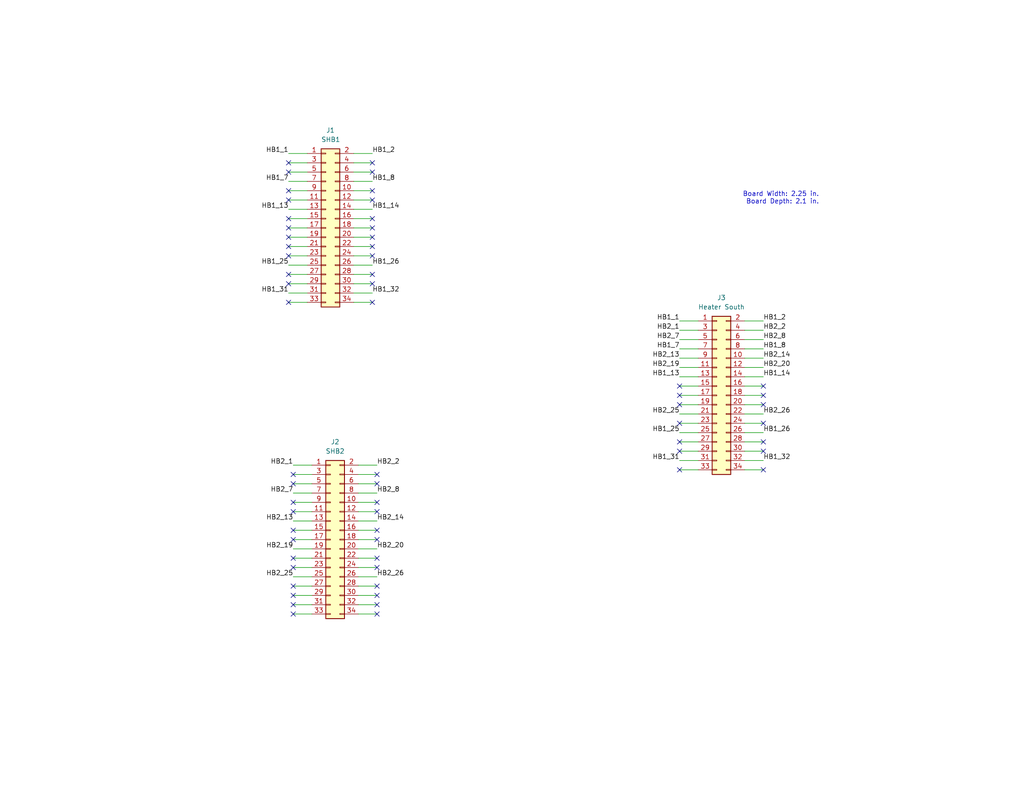
<source format=kicad_sch>
(kicad_sch (version 20230121) (generator eeschema)
  (paper "USLetter")
  (title_block (title "Heater Pass Through South") (date "2023-09-09") (rev "B") (company "The Ohio State University"))
  (lib_symbols
    (symbol "Connector_Generic:Conn_02x17_Odd_Even" (pin_names (offset 1.016) hide)
      (property "Reference" "J" (at 1.27 22.86 0))
      (property "Value" "Conn_02x17_Odd_Even" (at 1.27 -22.86 0))
      (symbol "Conn_02x17_Odd_Even_1_1"
        (rectangle (start -1.27 -20.193) (end 0 -20.447) (stroke (width 0.1524)))
        (rectangle (start -1.27 -17.653) (end 0 -17.907) (stroke (width 0.1524)))
        (rectangle (start -1.27 -15.113) (end 0 -15.367) (stroke (width 0.1524)))
        (rectangle (start -1.27 -12.573) (end 0 -12.827) (stroke (width 0.1524)))
        (rectangle (start -1.27 -10.033) (end 0 -10.287) (stroke (width 0.1524)))
        (rectangle (start -1.27 -7.493) (end 0 -7.747) (stroke (width 0.1524)))
        (rectangle (start -1.27 -4.953) (end 0 -5.207) (stroke (width 0.1524)))
        (rectangle (start -1.27 -2.413) (end 0 -2.667) (stroke (width 0.1524)))
        (rectangle (start -1.27 0.127) (end 0 -0.127) (stroke (width 0.1524)))
        (rectangle (start -1.27 2.667) (end 0 2.413) (stroke (width 0.1524)))
        (rectangle (start -1.27 5.207) (end 0 4.953) (stroke (width 0.1524)))
        (rectangle (start -1.27 7.747) (end 0 7.493) (stroke (width 0.1524)))
        (rectangle (start -1.27 10.287) (end 0 10.033) (stroke (width 0.1524)))
        (rectangle (start -1.27 12.827) (end 0 12.573) (stroke (width 0.1524)))
        (rectangle (start -1.27 15.367) (end 0 15.113) (stroke (width 0.1524)))
        (rectangle (start -1.27 17.907) (end 0 17.653) (stroke (width 0.1524)))
        (rectangle (start -1.27 20.447) (end 0 20.193) (stroke (width 0.1524)))
        (rectangle (start -1.27 21.59) (end 3.81 -21.59) (stroke (width 0.254)) (fill (type background)))
        (rectangle (start 3.81 -20.193) (end 2.54 -20.447) (stroke (width 0.1524)))
        (rectangle (start 3.81 -17.653) (end 2.54 -17.907) (stroke (width 0.1524)))
        (rectangle (start 3.81 -15.113) (end 2.54 -15.367) (stroke (width 0.1524)))
        (rectangle (start 3.81 -12.573) (end 2.54 -12.827) (stroke (width 0.1524)))
        (rectangle (start 3.81 -10.033) (end 2.54 -10.287) (stroke (width 0.1524)))
        (rectangle (start 3.81 -7.493) (end 2.54 -7.747) (stroke (width 0.1524)))
        (rectangle (start 3.81 -4.953) (end 2.54 -5.207) (stroke (width 0.1524)))
        (rectangle (start 3.81 -2.413) (end 2.54 -2.667) (stroke (width 0.1524)))
        (rectangle (start 3.81 0.127) (end 2.54 -0.127) (stroke (width 0.1524)))
        (rectangle (start 3.81 2.667) (end 2.54 2.413) (stroke (width 0.1524)))
        (rectangle (start 3.81 5.207) (end 2.54 4.953) (stroke (width 0.1524)))
        (rectangle (start 3.81 7.747) (end 2.54 7.493) (stroke (width 0.1524)))
        (rectangle (start 3.81 10.287) (end 2.54 10.033) (stroke (width 0.1524)))
        (rectangle (start 3.81 12.827) (end 2.54 12.573) (stroke (width 0.1524)))
        (rectangle (start 3.81 15.367) (end 2.54 15.113) (stroke (width 0.1524)))
        (rectangle (start 3.81 17.907) (end 2.54 17.653) (stroke (width 0.1524)))
        (rectangle (start 3.81 20.447) (end 2.54 20.193) (stroke (width 0.1524)))
        (pin passive line (at -5.08 20.32 0) (length 3.81) (name "Pin_1") (number "1"))
        (pin passive line (at 7.62 10.16 180) (length 3.81) (name "Pin_10") (number "10"))
        (pin passive line (at -5.08 7.62 0) (length 3.81) (name "Pin_11") (number "11"))
        (pin passive line (at 7.62 7.62 180) (length 3.81) (name "Pin_12") (number "12"))
        (pin passive line (at -5.08 5.08 0) (length 3.81) (name "Pin_13") (number "13"))
        (pin passive line (at 7.62 5.08 180) (length 3.81) (name "Pin_14") (number "14"))
        (pin passive line (at -5.08 2.54 0) (length 3.81) (name "Pin_15") (number "15"))
        (pin passive line (at 7.62 2.54 180) (length 3.81) (name "Pin_16") (number "16"))
        (pin passive line (at -5.08 0 0) (length 3.81) (name "Pin_17") (number "17"))
        (pin passive line (at 7.62 0 180) (length 3.81) (name "Pin_18") (number "18"))
        (pin passive line (at -5.08 -2.54 0) (length 3.81) (name "Pin_19") (number "19"))
        (pin passive line (at 7.62 20.32 180) (length 3.81) (name "Pin_2") (number "2"))
        (pin passive line (at 7.62 -2.54 180) (length 3.81) (name "Pin_20") (number "20"))
        (pin passive line (at -5.08 -5.08 0) (length 3.81) (name "Pin_21") (number "21"))
        (pin passive line (at 7.62 -5.08 180) (length 3.81) (name "Pin_22") (number "22"))
        (pin passive line (at -5.08 -7.62 0) (length 3.81) (name "Pin_23") (number "23"))
        (pin passive line (at 7.62 -7.62 180) (length 3.81) (name "Pin_24") (number "24"))
        (pin passive line (at -5.08 -10.16 0) (length 3.81) (name "Pin_25") (number "25"))
        (pin passive line (at 7.62 -10.16 180) (length 3.81) (name "Pin_26") (number "26"))
        (pin passive line (at -5.08 -12.7 0) (length 3.81) (name "Pin_27") (number "27"))
        (pin passive line (at 7.62 -12.7 180) (length 3.81) (name "Pin_28") (number "28"))
        (pin passive line (at -5.08 -15.24 0) (length 3.81) (name "Pin_29") (number "29"))
        (pin passive line (at -5.08 17.78 0) (length 3.81) (name "Pin_3") (number "3"))
        (pin passive line (at 7.62 -15.24 180) (length 3.81) (name "Pin_30") (number "30"))
        (pin passive line (at -5.08 -17.78 0) (length 3.81) (name "Pin_31") (number "31"))
        (pin passive line (at 7.62 -17.78 180) (length 3.81) (name "Pin_32") (number "32"))
        (pin passive line (at -5.08 -20.32 0) (length 3.81) (name "Pin_33") (number "33"))
        (pin passive line (at 7.62 -20.32 180) (length 3.81) (name "Pin_34") (number "34"))
        (pin passive line (at 7.62 17.78 180) (length 3.81) (name "Pin_4") (number "4"))
        (pin passive line (at -5.08 15.24 0) (length 3.81) (name "Pin_5") (number "5"))
        (pin passive line (at 7.62 15.24 180) (length 3.81) (name "Pin_6") (number "6"))
        (pin passive line (at -5.08 12.7 0) (length 3.81) (name "Pin_7") (number "7"))
        (pin passive line (at 7.62 12.7 180) (length 3.81) (name "Pin_8") (number "8"))
        (pin passive line (at -5.08 10.16 0) (length 3.81) (name "Pin_9") (number "9"))
      )
    )
  )
  (no_connect (at 101.6 77.47))
  (no_connect (at 78.74 69.85))
  (no_connect (at 78.74 52.07))
  (no_connect (at 101.6 44.45))
  (no_connect (at 101.6 46.99))
  (no_connect (at 78.74 44.45))
  (no_connect (at 78.74 46.99))
  (no_connect (at 101.6 52.07))
  (no_connect (at 101.6 54.61))
  (no_connect (at 78.74 54.61))
  (no_connect (at 185.42 105.41))
  (no_connect (at 80.01 132.08))
  (no_connect (at 102.87 129.54))
  (no_connect (at 102.87 132.08))
  (no_connect (at 80.01 137.16))
  (no_connect (at 80.01 139.7))
  (no_connect (at 102.87 147.32))
  (no_connect (at 102.87 139.7))
  (no_connect (at 102.87 144.78))
  (no_connect (at 80.01 144.78))
  (no_connect (at 80.01 147.32))
  (no_connect (at 80.01 129.54))
  (no_connect (at 102.87 137.16))
  (no_connect (at 80.01 160.02))
  (no_connect (at 80.01 162.56))
  (no_connect (at 80.01 152.4))
  (no_connect (at 80.01 154.94))
  (no_connect (at 185.42 110.49))
  (no_connect (at 78.74 77.47))
  (no_connect (at 185.42 115.57))
  (no_connect (at 78.74 67.31))
  (no_connect (at 208.28 107.95))
  (no_connect (at 101.6 74.93))
  (no_connect (at 101.6 64.77))
  (no_connect (at 78.74 82.55))
  (no_connect (at 208.28 120.65))
  (no_connect (at 185.42 123.19))
  (no_connect (at 78.74 62.23))
  (no_connect (at 101.6 82.55))
  (no_connect (at 185.42 107.95))
  (no_connect (at 208.28 123.19))
  (no_connect (at 101.6 62.23))
  (no_connect (at 101.6 59.69))
  (no_connect (at 102.87 167.64))
  (no_connect (at 102.87 165.1))
  (no_connect (at 102.87 154.94))
  (no_connect (at 102.87 152.4))
  (no_connect (at 102.87 162.56))
  (no_connect (at 102.87 160.02))
  (no_connect (at 80.01 165.1))
  (no_connect (at 80.01 167.64))
  (no_connect (at 208.28 110.49))
  (no_connect (at 208.28 128.27))
  (no_connect (at 208.28 105.41))
  (no_connect (at 78.74 64.77))
  (no_connect (at 101.6 67.31))
  (no_connect (at 185.42 120.65))
  (no_connect (at 78.74 59.69))
  (no_connect (at 101.6 69.85))
  (no_connect (at 78.74 74.93))
  (no_connect (at 185.42 128.27))
  (no_connect (at 208.28 115.57))
  (wire (pts (xy 80.01 152.4) (xy 85.09 152.4)))
  (wire (pts (xy 185.42 125.73) (xy 190.5 125.73)))
  (wire (pts (xy 203.2 87.63) (xy 208.28 87.63)))
  (wire (pts (xy 80.01 142.24) (xy 85.09 142.24)))
  (wire (pts (xy 80.01 139.7) (xy 85.09 139.7)))
  (wire (pts (xy 185.42 90.17) (xy 190.5 90.17)))
  (wire (pts (xy 80.01 134.62) (xy 85.09 134.62)))
  (wire (pts (xy 80.01 157.48) (xy 85.09 157.48)))
  (wire (pts (xy 97.79 154.94) (xy 102.87 154.94)))
  (wire (pts (xy 96.52 69.85) (xy 101.6 69.85)))
  (wire (pts (xy 97.79 132.08) (xy 102.87 132.08)))
  (wire (pts (xy 185.42 95.25) (xy 190.5 95.25)))
  (wire (pts (xy 78.74 46.99) (xy 83.82 46.99)))
  (wire (pts (xy 80.01 137.16) (xy 85.09 137.16)))
  (wire (pts (xy 80.01 129.54) (xy 85.09 129.54)))
  (wire (pts (xy 78.74 74.93) (xy 83.82 74.93)))
  (wire (pts (xy 78.74 67.31) (xy 83.82 67.31)))
  (wire (pts (xy 185.42 118.11) (xy 190.5 118.11)))
  (wire (pts (xy 78.74 59.69) (xy 83.82 59.69)))
  (wire (pts (xy 203.2 105.41) (xy 208.28 105.41)))
  (wire (pts (xy 185.42 107.95) (xy 190.5 107.95)))
  (wire (pts (xy 80.01 154.94) (xy 85.09 154.94)))
  (wire (pts (xy 80.01 127) (xy 85.09 127)))
  (wire (pts (xy 185.42 105.41) (xy 190.5 105.41)))
  (wire (pts (xy 203.2 123.19) (xy 208.28 123.19)))
  (wire (pts (xy 97.79 134.62) (xy 102.87 134.62)))
  (wire (pts (xy 96.52 54.61) (xy 101.6 54.61)))
  (wire (pts (xy 203.2 102.87) (xy 208.28 102.87)))
  (wire (pts (xy 185.42 115.57) (xy 190.5 115.57)))
  (wire (pts (xy 203.2 115.57) (xy 208.28 115.57)))
  (wire (pts (xy 96.52 72.39) (xy 101.6 72.39)))
  (wire (pts (xy 203.2 97.79) (xy 208.28 97.79)))
  (wire (pts (xy 203.2 113.03) (xy 208.28 113.03)))
  (wire (pts (xy 78.74 82.55) (xy 83.82 82.55)))
  (wire (pts (xy 96.52 49.53) (xy 101.6 49.53)))
  (wire (pts (xy 96.52 44.45) (xy 101.6 44.45)))
  (wire (pts (xy 185.42 102.87) (xy 190.5 102.87)))
  (wire (pts (xy 78.74 77.47) (xy 83.82 77.47)))
  (wire (pts (xy 203.2 90.17) (xy 208.28 90.17)))
  (wire (pts (xy 78.74 62.23) (xy 83.82 62.23)))
  (wire (pts (xy 185.42 100.33) (xy 190.5 100.33)))
  (wire (pts (xy 80.01 160.02) (xy 85.09 160.02)))
  (wire (pts (xy 96.52 62.23) (xy 101.6 62.23)))
  (wire (pts (xy 185.42 113.03) (xy 190.5 113.03)))
  (wire (pts (xy 80.01 162.56) (xy 85.09 162.56)))
  (wire (pts (xy 97.79 165.1) (xy 102.87 165.1)))
  (wire (pts (xy 96.52 74.93) (xy 101.6 74.93)))
  (wire (pts (xy 96.52 77.47) (xy 101.6 77.47)))
  (wire (pts (xy 78.74 57.15) (xy 83.82 57.15)))
  (wire (pts (xy 97.79 144.78) (xy 102.87 144.78)))
  (wire (pts (xy 78.74 49.53) (xy 83.82 49.53)))
  (wire (pts (xy 96.52 80.01) (xy 101.6 80.01)))
  (wire (pts (xy 78.74 52.07) (xy 83.82 52.07)))
  (wire (pts (xy 203.2 110.49) (xy 208.28 110.49)))
  (wire (pts (xy 97.79 137.16) (xy 102.87 137.16)))
  (wire (pts (xy 78.74 54.61) (xy 83.82 54.61)))
  (wire (pts (xy 80.01 149.86) (xy 85.09 149.86)))
  (wire (pts (xy 80.01 165.1) (xy 85.09 165.1)))
  (wire (pts (xy 97.79 139.7) (xy 102.87 139.7)))
  (wire (pts (xy 78.74 44.45) (xy 83.82 44.45)))
  (wire (pts (xy 78.74 72.39) (xy 83.82 72.39)))
  (wire (pts (xy 97.79 160.02) (xy 102.87 160.02)))
  (wire (pts (xy 203.2 92.71) (xy 208.28 92.71)))
  (wire (pts (xy 78.74 80.01) (xy 83.82 80.01)))
  (wire (pts (xy 97.79 142.24) (xy 102.87 142.24)))
  (wire (pts (xy 96.52 41.91) (xy 101.6 41.91)))
  (wire (pts (xy 80.01 132.08) (xy 85.09 132.08)))
  (wire (pts (xy 203.2 120.65) (xy 208.28 120.65)))
  (wire (pts (xy 203.2 95.25) (xy 208.28 95.25)))
  (wire (pts (xy 185.42 97.79) (xy 190.5 97.79)))
  (wire (pts (xy 78.74 64.77) (xy 83.82 64.77)))
  (wire (pts (xy 80.01 167.64) (xy 85.09 167.64)))
  (wire (pts (xy 185.42 120.65) (xy 190.5 120.65)))
  (wire (pts (xy 97.79 152.4) (xy 102.87 152.4)))
  (wire (pts (xy 185.42 123.19) (xy 190.5 123.19)))
  (wire (pts (xy 96.52 46.99) (xy 101.6 46.99)))
  (wire (pts (xy 203.2 118.11) (xy 208.28 118.11)))
  (wire (pts (xy 78.74 41.91) (xy 83.82 41.91)))
  (wire (pts (xy 97.79 149.86) (xy 102.87 149.86)))
  (wire (pts (xy 203.2 107.95) (xy 208.28 107.95)))
  (wire (pts (xy 97.79 147.32) (xy 102.87 147.32)))
  (wire (pts (xy 80.01 144.78) (xy 85.09 144.78)))
  (wire (pts (xy 185.42 92.71) (xy 190.5 92.71)))
  (wire (pts (xy 96.52 82.55) (xy 101.6 82.55)))
  (wire (pts (xy 185.42 110.49) (xy 190.5 110.49)))
  (wire (pts (xy 203.2 128.27) (xy 208.28 128.27)))
  (wire (pts (xy 97.79 157.48) (xy 102.87 157.48)))
  (wire (pts (xy 203.2 125.73) (xy 208.28 125.73)))
  (wire (pts (xy 203.2 100.33) (xy 208.28 100.33)))
  (wire (pts (xy 96.52 67.31) (xy 101.6 67.31)))
  (wire (pts (xy 96.52 57.15) (xy 101.6 57.15)))
  (wire (pts (xy 97.79 127) (xy 102.87 127)))
  (wire (pts (xy 96.52 64.77) (xy 101.6 64.77)))
  (wire (pts (xy 185.42 128.27) (xy 190.5 128.27)))
  (wire (pts (xy 80.01 147.32) (xy 85.09 147.32)))
  (wire (pts (xy 185.42 87.63) (xy 190.5 87.63)))
  (wire (pts (xy 97.79 167.64) (xy 102.87 167.64)))
  (wire (pts (xy 96.52 52.07) (xy 101.6 52.07)))
  (wire (pts (xy 78.74 69.85) (xy 83.82 69.85)))
  (wire (pts (xy 96.52 59.69) (xy 101.6 59.69)))
  (wire (pts (xy 97.79 162.56) (xy 102.87 162.56)))
  (wire (pts (xy 97.79 129.54) (xy 102.87 129.54)))
  (text "Board Width: 2.25 in.\nBoard Depth: 2.1 in." (at 223.52 55.88 0) (effects (font (size 1.27 1.27)) (justify right bottom)))
  (label "HB2_14" (at 102.87 142.24 0))
  (label "HB2_1" (at 80.01 127 180))
  (label "HB2_13" (at 80.01 142.24 180))
  (label "HB1_13" (at 185.42 102.87 180))
  (label "HB1_25" (at 78.74 72.39 180))
  (label "HB1_32" (at 208.28 125.73 0))
  (label "HB1_25" (at 185.42 118.11 180))
  (label "HB1_13" (at 78.74 57.15 180))
  (label "HB2_7" (at 80.01 134.62 180))
  (label "HB1_31" (at 185.42 125.73 180))
  (label "HB2_1" (at 185.42 90.17 180))
  (label "HB1_1" (at 78.74 41.91 180))
  (label "HB1_26" (at 208.28 118.11 0))
  (label "HB1_14" (at 101.6 57.15 0))
  (label "HB1_1" (at 185.42 87.63 180))
  (label "HB2_26" (at 102.87 157.48 0))
  (label "HB1_32" (at 101.6 80.01 0))
  (label "HB2_7" (at 185.42 92.71 180))
  (label "HB2_13" (at 185.42 97.79 180))
  (label "HB1_7" (at 78.74 49.53 180))
  (label "HB2_20" (at 208.28 100.33 0))
  (label "HB1_2" (at 208.28 87.63 0))
  (label "HB1_31" (at 78.74 80.01 180))
  (label "HB1_26" (at 101.6 72.39 0))
  (label "HB2_2" (at 102.87 127 0))
  (label "HB2_19" (at 185.42 100.33 180))
  (label "HB1_2" (at 101.6 41.91 0))
  (label "HB1_14" (at 208.28 102.87 0))
  (label "HB2_25" (at 80.01 157.48 180))
  (label "HB1_7" (at 185.42 95.25 180))
  (label "HB2_2" (at 208.28 90.17 0))
  (label "HB2_20" (at 102.87 149.86 0))
  (label "HB1_8" (at 208.28 95.25 0))
  (label "HB2_26" (at 208.28 113.03 0))
  (label "HB2_19" (at 80.01 149.86 180))
  (label "HB2_25" (at 185.42 113.03 180))
  (label "HB2_8" (at 102.87 134.62 0))
  (label "HB2_14" (at 208.28 97.79 0))
  (label "HB1_8" (at 101.6 49.53 0))
  (label "HB2_8" (at 208.28 92.71 0))
  (symbol (lib_id "Connector_Generic:Conn_02x17_Odd_Even") (at 195.58 107.95 0) (unit 1)
    (property "Reference" "J3" (at 196.85 81.28 0))
    (property "Value" "Heater South" (at 196.85 83.82 0))
    (property "Footprint" "HELIX:HELIX_DCT_ICDconnector34pin_corrected" (effects hide))
  )
  (symbol (lib_id "Connector_Generic:Conn_02x17_Odd_Even") (at 88.9 62.23 0) (unit 1)
    (property "Reference" "J1" (at 90.17 35.56 0))
    (property "Value" "SHB1" (at 87.63 38.1 0) (effects (justify left)))
    (property "Footprint" "HELIX:HELIX_DCT_ICDconnector34pin_corrected" (effects hide))
  )
  (symbol (lib_id "Connector_Generic:Conn_02x17_Odd_Even") (at 90.17 147.32 0) (unit 1)
    (property "Reference" "J2" (at 91.44 120.65 0))
    (property "Value" "SHB2" (at 91.44 123.19 0))
    (property "Footprint" "HELIX:HELIX_DCT_ICDconnector34pin_corrected" (effects hide))
  )
)
</source>
